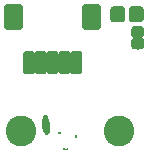
<source format=gbs>
G04 #@! TF.GenerationSoftware,KiCad,Pcbnew,5.1.2-f72e74a~84~ubuntu18.04.1*
G04 #@! TF.CreationDate,2019-08-02T15:12:22+02:00*
G04 #@! TF.ProjectId,TLI5012B,544c4935-3031-4324-922e-6b696361645f,rev?*
G04 #@! TF.SameCoordinates,Original*
G04 #@! TF.FileFunction,Soldermask,Bot*
G04 #@! TF.FilePolarity,Negative*
%FSLAX46Y46*%
G04 Gerber Fmt 4.6, Leading zero omitted, Abs format (unit mm)*
G04 Created by KiCad (PCBNEW 5.1.2-f72e74a~84~ubuntu18.04.1) date 2019-08-02 15:12:22*
%MOMM*%
%LPD*%
G04 APERTURE LIST*
%ADD10C,0.060000*%
%ADD11C,0.010000*%
%ADD12C,2.600000*%
%ADD13C,0.100000*%
%ADD14C,1.000000*%
%ADD15C,1.600000*%
%ADD16C,1.275000*%
%ADD17C,0.990000*%
G04 APERTURE END LIST*
D10*
G36*
X136950308Y-92331830D02*
G01*
X136946116Y-92337238D01*
X136945158Y-92345434D01*
X136949576Y-92350854D01*
X136961625Y-92358710D01*
X136979345Y-92368093D01*
X137000775Y-92378090D01*
X137023954Y-92387791D01*
X137046922Y-92396284D01*
X137067718Y-92402659D01*
X137069083Y-92403013D01*
X137112144Y-92410486D01*
X137160639Y-92412860D01*
X137211215Y-92410138D01*
X137257500Y-92402965D01*
X137284800Y-92397186D01*
X137303691Y-92392973D01*
X137315714Y-92389840D01*
X137322412Y-92387302D01*
X137325327Y-92384876D01*
X137326001Y-92382076D01*
X137326003Y-92381433D01*
X137324974Y-92373727D01*
X137321102Y-92369084D01*
X137312860Y-92367369D01*
X137298724Y-92368449D01*
X137277168Y-92372190D01*
X137260040Y-92375657D01*
X137201078Y-92385109D01*
X137147612Y-92387441D01*
X137097688Y-92382442D01*
X137049354Y-92369901D01*
X137000658Y-92349609D01*
X136995779Y-92347188D01*
X136973793Y-92336758D01*
X136959085Y-92331654D01*
X136950308Y-92331830D01*
X136950308Y-92331830D01*
G37*
X136950308Y-92331830D02*
X136946116Y-92337238D01*
X136945158Y-92345434D01*
X136949576Y-92350854D01*
X136961625Y-92358710D01*
X136979345Y-92368093D01*
X137000775Y-92378090D01*
X137023954Y-92387791D01*
X137046922Y-92396284D01*
X137067718Y-92402659D01*
X137069083Y-92403013D01*
X137112144Y-92410486D01*
X137160639Y-92412860D01*
X137211215Y-92410138D01*
X137257500Y-92402965D01*
X137284800Y-92397186D01*
X137303691Y-92392973D01*
X137315714Y-92389840D01*
X137322412Y-92387302D01*
X137325327Y-92384876D01*
X137326001Y-92382076D01*
X137326003Y-92381433D01*
X137324974Y-92373727D01*
X137321102Y-92369084D01*
X137312860Y-92367369D01*
X137298724Y-92368449D01*
X137277168Y-92372190D01*
X137260040Y-92375657D01*
X137201078Y-92385109D01*
X137147612Y-92387441D01*
X137097688Y-92382442D01*
X137049354Y-92369901D01*
X137000658Y-92349609D01*
X136995779Y-92347188D01*
X136973793Y-92336758D01*
X136959085Y-92331654D01*
X136950308Y-92331830D01*
D11*
G36*
X135396799Y-89529738D02*
G01*
X135376652Y-89531965D01*
X135359137Y-89535564D01*
X135343812Y-89541308D01*
X135330234Y-89549971D01*
X135317961Y-89562324D01*
X135306550Y-89579140D01*
X135295560Y-89601193D01*
X135284547Y-89629255D01*
X135273069Y-89664099D01*
X135260684Y-89706498D01*
X135246950Y-89757225D01*
X135231423Y-89817052D01*
X135230701Y-89819867D01*
X135213494Y-89892474D01*
X135199460Y-89964276D01*
X135188311Y-90037443D01*
X135179762Y-90114150D01*
X135173526Y-90196569D01*
X135169391Y-90284760D01*
X135168283Y-90318405D01*
X135167778Y-90344525D01*
X135168067Y-90365749D01*
X135169342Y-90384703D01*
X135171792Y-90404014D01*
X135175609Y-90426309D01*
X135180984Y-90454217D01*
X135182128Y-90460020D01*
X135198609Y-90538711D01*
X135216135Y-90613406D01*
X135234454Y-90683339D01*
X135253313Y-90747741D01*
X135272459Y-90805845D01*
X135291641Y-90856882D01*
X135310606Y-90900085D01*
X135329100Y-90934686D01*
X135346343Y-90959293D01*
X135357047Y-90972749D01*
X135371323Y-90991717D01*
X135387025Y-91013311D01*
X135397513Y-91028152D01*
X135423014Y-91062275D01*
X135446778Y-91089201D01*
X135468078Y-91108184D01*
X135485177Y-91118106D01*
X135497152Y-91120698D01*
X135514851Y-91122358D01*
X135529361Y-91122712D01*
X135545951Y-91121866D01*
X135561231Y-91119024D01*
X135578254Y-91113303D01*
X135600071Y-91103818D01*
X135609040Y-91099618D01*
X135631808Y-91087894D01*
X135653294Y-91075181D01*
X135670348Y-91063418D01*
X135676801Y-91057955D01*
X135699702Y-91029710D01*
X135719772Y-90991883D01*
X135737028Y-90944420D01*
X135751493Y-90887269D01*
X135760041Y-90841020D01*
X135762558Y-90823764D01*
X135764578Y-90805587D01*
X135766152Y-90785174D01*
X135767328Y-90761208D01*
X135768157Y-90732375D01*
X135768688Y-90697359D01*
X135768971Y-90654844D01*
X135769055Y-90603516D01*
X135769055Y-90602260D01*
X135768932Y-90545778D01*
X135768486Y-90497431D01*
X135767597Y-90455192D01*
X135766143Y-90417037D01*
X135764003Y-90380942D01*
X135761058Y-90344882D01*
X135757186Y-90306833D01*
X135752266Y-90264769D01*
X135746177Y-90216667D01*
X135745932Y-90214778D01*
X135736874Y-90157754D01*
X135724024Y-90095299D01*
X135707969Y-90029301D01*
X135689294Y-89961648D01*
X135668587Y-89894227D01*
X135646435Y-89828927D01*
X135623423Y-89767635D01*
X135600138Y-89712239D01*
X135577168Y-89664626D01*
X135571970Y-89654937D01*
X135544103Y-89610835D01*
X135513017Y-89573517D01*
X135512412Y-89572896D01*
X135489620Y-89551619D01*
X135468932Y-89537902D01*
X135447237Y-89530583D01*
X135421425Y-89528502D01*
X135396799Y-89529738D01*
X135396799Y-89529738D01*
G37*
X135396799Y-89529738D02*
X135376652Y-89531965D01*
X135359137Y-89535564D01*
X135343812Y-89541308D01*
X135330234Y-89549971D01*
X135317961Y-89562324D01*
X135306550Y-89579140D01*
X135295560Y-89601193D01*
X135284547Y-89629255D01*
X135273069Y-89664099D01*
X135260684Y-89706498D01*
X135246950Y-89757225D01*
X135231423Y-89817052D01*
X135230701Y-89819867D01*
X135213494Y-89892474D01*
X135199460Y-89964276D01*
X135188311Y-90037443D01*
X135179762Y-90114150D01*
X135173526Y-90196569D01*
X135169391Y-90284760D01*
X135168283Y-90318405D01*
X135167778Y-90344525D01*
X135168067Y-90365749D01*
X135169342Y-90384703D01*
X135171792Y-90404014D01*
X135175609Y-90426309D01*
X135180984Y-90454217D01*
X135182128Y-90460020D01*
X135198609Y-90538711D01*
X135216135Y-90613406D01*
X135234454Y-90683339D01*
X135253313Y-90747741D01*
X135272459Y-90805845D01*
X135291641Y-90856882D01*
X135310606Y-90900085D01*
X135329100Y-90934686D01*
X135346343Y-90959293D01*
X135357047Y-90972749D01*
X135371323Y-90991717D01*
X135387025Y-91013311D01*
X135397513Y-91028152D01*
X135423014Y-91062275D01*
X135446778Y-91089201D01*
X135468078Y-91108184D01*
X135485177Y-91118106D01*
X135497152Y-91120698D01*
X135514851Y-91122358D01*
X135529361Y-91122712D01*
X135545951Y-91121866D01*
X135561231Y-91119024D01*
X135578254Y-91113303D01*
X135600071Y-91103818D01*
X135609040Y-91099618D01*
X135631808Y-91087894D01*
X135653294Y-91075181D01*
X135670348Y-91063418D01*
X135676801Y-91057955D01*
X135699702Y-91029710D01*
X135719772Y-90991883D01*
X135737028Y-90944420D01*
X135751493Y-90887269D01*
X135760041Y-90841020D01*
X135762558Y-90823764D01*
X135764578Y-90805587D01*
X135766152Y-90785174D01*
X135767328Y-90761208D01*
X135768157Y-90732375D01*
X135768688Y-90697359D01*
X135768971Y-90654844D01*
X135769055Y-90603516D01*
X135769055Y-90602260D01*
X135768932Y-90545778D01*
X135768486Y-90497431D01*
X135767597Y-90455192D01*
X135766143Y-90417037D01*
X135764003Y-90380942D01*
X135761058Y-90344882D01*
X135757186Y-90306833D01*
X135752266Y-90264769D01*
X135746177Y-90216667D01*
X135745932Y-90214778D01*
X135736874Y-90157754D01*
X135724024Y-90095299D01*
X135707969Y-90029301D01*
X135689294Y-89961648D01*
X135668587Y-89894227D01*
X135646435Y-89828927D01*
X135623423Y-89767635D01*
X135600138Y-89712239D01*
X135577168Y-89664626D01*
X135571970Y-89654937D01*
X135544103Y-89610835D01*
X135513017Y-89573517D01*
X135512412Y-89572896D01*
X135489620Y-89551619D01*
X135468932Y-89537902D01*
X135447237Y-89530583D01*
X135421425Y-89528502D01*
X135396799Y-89529738D01*
G36*
X138050534Y-91229926D02*
G01*
X138035446Y-91241333D01*
X138033211Y-91243610D01*
X138017003Y-91264076D01*
X138003697Y-91287188D01*
X137993605Y-91311348D01*
X137987039Y-91334960D01*
X137984309Y-91356426D01*
X137985726Y-91374150D01*
X137991603Y-91386535D01*
X138002250Y-91391983D01*
X138004260Y-91392103D01*
X138011681Y-91389690D01*
X138023182Y-91383702D01*
X138024903Y-91382671D01*
X138041901Y-91367908D01*
X138057633Y-91346401D01*
X138071083Y-91320683D01*
X138081236Y-91293289D01*
X138087079Y-91266754D01*
X138087595Y-91243613D01*
X138084997Y-91232595D01*
X138077578Y-91225074D01*
X138065334Y-91224345D01*
X138050534Y-91229926D01*
X138050534Y-91229926D01*
G37*
X138050534Y-91229926D02*
X138035446Y-91241333D01*
X138033211Y-91243610D01*
X138017003Y-91264076D01*
X138003697Y-91287188D01*
X137993605Y-91311348D01*
X137987039Y-91334960D01*
X137984309Y-91356426D01*
X137985726Y-91374150D01*
X137991603Y-91386535D01*
X138002250Y-91391983D01*
X138004260Y-91392103D01*
X138011681Y-91389690D01*
X138023182Y-91383702D01*
X138024903Y-91382671D01*
X138041901Y-91367908D01*
X138057633Y-91346401D01*
X138071083Y-91320683D01*
X138081236Y-91293289D01*
X138087079Y-91266754D01*
X138087595Y-91243613D01*
X138084997Y-91232595D01*
X138077578Y-91225074D01*
X138065334Y-91224345D01*
X138050534Y-91229926D01*
G36*
X136611333Y-90951102D02*
G01*
X136598256Y-90954493D01*
X136586952Y-90961622D01*
X136584608Y-90963545D01*
X136565308Y-90985382D01*
X136555381Y-91009859D01*
X136555074Y-91035768D01*
X136564559Y-91061765D01*
X136578988Y-91080859D01*
X136597463Y-91092325D01*
X136621976Y-91097210D01*
X136632772Y-91097560D01*
X136650171Y-91096947D01*
X136661845Y-91093934D01*
X136672206Y-91086758D01*
X136681097Y-91078259D01*
X136697722Y-91055369D01*
X136705064Y-91030434D01*
X136703168Y-91005206D01*
X136692081Y-90981436D01*
X136678141Y-90965951D01*
X136666287Y-90956754D01*
X136654970Y-90952033D01*
X136639870Y-90950369D01*
X136630333Y-90950240D01*
X136611333Y-90951102D01*
X136611333Y-90951102D01*
G37*
X136611333Y-90951102D02*
X136598256Y-90954493D01*
X136586952Y-90961622D01*
X136584608Y-90963545D01*
X136565308Y-90985382D01*
X136555381Y-91009859D01*
X136555074Y-91035768D01*
X136564559Y-91061765D01*
X136578988Y-91080859D01*
X136597463Y-91092325D01*
X136621976Y-91097210D01*
X136632772Y-91097560D01*
X136650171Y-91096947D01*
X136661845Y-91093934D01*
X136672206Y-91086758D01*
X136681097Y-91078259D01*
X136697722Y-91055369D01*
X136705064Y-91030434D01*
X136703168Y-91005206D01*
X136692081Y-90981436D01*
X136678141Y-90965951D01*
X136666287Y-90956754D01*
X136654970Y-90952033D01*
X136639870Y-90950369D01*
X136630333Y-90950240D01*
X136611333Y-90951102D01*
D12*
X133375000Y-90900000D03*
X141675000Y-90900000D03*
D13*
G36*
X134349504Y-84126204D02*
G01*
X134373773Y-84129804D01*
X134397571Y-84135765D01*
X134420671Y-84144030D01*
X134442849Y-84154520D01*
X134463893Y-84167133D01*
X134483598Y-84181747D01*
X134501777Y-84198223D01*
X134518253Y-84216402D01*
X134532867Y-84236107D01*
X134545480Y-84257151D01*
X134555970Y-84279329D01*
X134564235Y-84302429D01*
X134570196Y-84326227D01*
X134573796Y-84350496D01*
X134575000Y-84375000D01*
X134575000Y-85825000D01*
X134573796Y-85849504D01*
X134570196Y-85873773D01*
X134564235Y-85897571D01*
X134555970Y-85920671D01*
X134545480Y-85942849D01*
X134532867Y-85963893D01*
X134518253Y-85983598D01*
X134501777Y-86001777D01*
X134483598Y-86018253D01*
X134463893Y-86032867D01*
X134442849Y-86045480D01*
X134420671Y-86055970D01*
X134397571Y-86064235D01*
X134373773Y-86070196D01*
X134349504Y-86073796D01*
X134325000Y-86075000D01*
X133825000Y-86075000D01*
X133800496Y-86073796D01*
X133776227Y-86070196D01*
X133752429Y-86064235D01*
X133729329Y-86055970D01*
X133707151Y-86045480D01*
X133686107Y-86032867D01*
X133666402Y-86018253D01*
X133648223Y-86001777D01*
X133631747Y-85983598D01*
X133617133Y-85963893D01*
X133604520Y-85942849D01*
X133594030Y-85920671D01*
X133585765Y-85897571D01*
X133579804Y-85873773D01*
X133576204Y-85849504D01*
X133575000Y-85825000D01*
X133575000Y-84375000D01*
X133576204Y-84350496D01*
X133579804Y-84326227D01*
X133585765Y-84302429D01*
X133594030Y-84279329D01*
X133604520Y-84257151D01*
X133617133Y-84236107D01*
X133631747Y-84216402D01*
X133648223Y-84198223D01*
X133666402Y-84181747D01*
X133686107Y-84167133D01*
X133707151Y-84154520D01*
X133729329Y-84144030D01*
X133752429Y-84135765D01*
X133776227Y-84129804D01*
X133800496Y-84126204D01*
X133825000Y-84125000D01*
X134325000Y-84125000D01*
X134349504Y-84126204D01*
X134349504Y-84126204D01*
G37*
D14*
X134075000Y-85100000D03*
D13*
G36*
X135349504Y-84126204D02*
G01*
X135373773Y-84129804D01*
X135397571Y-84135765D01*
X135420671Y-84144030D01*
X135442849Y-84154520D01*
X135463893Y-84167133D01*
X135483598Y-84181747D01*
X135501777Y-84198223D01*
X135518253Y-84216402D01*
X135532867Y-84236107D01*
X135545480Y-84257151D01*
X135555970Y-84279329D01*
X135564235Y-84302429D01*
X135570196Y-84326227D01*
X135573796Y-84350496D01*
X135575000Y-84375000D01*
X135575000Y-85825000D01*
X135573796Y-85849504D01*
X135570196Y-85873773D01*
X135564235Y-85897571D01*
X135555970Y-85920671D01*
X135545480Y-85942849D01*
X135532867Y-85963893D01*
X135518253Y-85983598D01*
X135501777Y-86001777D01*
X135483598Y-86018253D01*
X135463893Y-86032867D01*
X135442849Y-86045480D01*
X135420671Y-86055970D01*
X135397571Y-86064235D01*
X135373773Y-86070196D01*
X135349504Y-86073796D01*
X135325000Y-86075000D01*
X134825000Y-86075000D01*
X134800496Y-86073796D01*
X134776227Y-86070196D01*
X134752429Y-86064235D01*
X134729329Y-86055970D01*
X134707151Y-86045480D01*
X134686107Y-86032867D01*
X134666402Y-86018253D01*
X134648223Y-86001777D01*
X134631747Y-85983598D01*
X134617133Y-85963893D01*
X134604520Y-85942849D01*
X134594030Y-85920671D01*
X134585765Y-85897571D01*
X134579804Y-85873773D01*
X134576204Y-85849504D01*
X134575000Y-85825000D01*
X134575000Y-84375000D01*
X134576204Y-84350496D01*
X134579804Y-84326227D01*
X134585765Y-84302429D01*
X134594030Y-84279329D01*
X134604520Y-84257151D01*
X134617133Y-84236107D01*
X134631747Y-84216402D01*
X134648223Y-84198223D01*
X134666402Y-84181747D01*
X134686107Y-84167133D01*
X134707151Y-84154520D01*
X134729329Y-84144030D01*
X134752429Y-84135765D01*
X134776227Y-84129804D01*
X134800496Y-84126204D01*
X134825000Y-84125000D01*
X135325000Y-84125000D01*
X135349504Y-84126204D01*
X135349504Y-84126204D01*
G37*
D14*
X135075000Y-85100000D03*
D13*
G36*
X136349504Y-84126204D02*
G01*
X136373773Y-84129804D01*
X136397571Y-84135765D01*
X136420671Y-84144030D01*
X136442849Y-84154520D01*
X136463893Y-84167133D01*
X136483598Y-84181747D01*
X136501777Y-84198223D01*
X136518253Y-84216402D01*
X136532867Y-84236107D01*
X136545480Y-84257151D01*
X136555970Y-84279329D01*
X136564235Y-84302429D01*
X136570196Y-84326227D01*
X136573796Y-84350496D01*
X136575000Y-84375000D01*
X136575000Y-85825000D01*
X136573796Y-85849504D01*
X136570196Y-85873773D01*
X136564235Y-85897571D01*
X136555970Y-85920671D01*
X136545480Y-85942849D01*
X136532867Y-85963893D01*
X136518253Y-85983598D01*
X136501777Y-86001777D01*
X136483598Y-86018253D01*
X136463893Y-86032867D01*
X136442849Y-86045480D01*
X136420671Y-86055970D01*
X136397571Y-86064235D01*
X136373773Y-86070196D01*
X136349504Y-86073796D01*
X136325000Y-86075000D01*
X135825000Y-86075000D01*
X135800496Y-86073796D01*
X135776227Y-86070196D01*
X135752429Y-86064235D01*
X135729329Y-86055970D01*
X135707151Y-86045480D01*
X135686107Y-86032867D01*
X135666402Y-86018253D01*
X135648223Y-86001777D01*
X135631747Y-85983598D01*
X135617133Y-85963893D01*
X135604520Y-85942849D01*
X135594030Y-85920671D01*
X135585765Y-85897571D01*
X135579804Y-85873773D01*
X135576204Y-85849504D01*
X135575000Y-85825000D01*
X135575000Y-84375000D01*
X135576204Y-84350496D01*
X135579804Y-84326227D01*
X135585765Y-84302429D01*
X135594030Y-84279329D01*
X135604520Y-84257151D01*
X135617133Y-84236107D01*
X135631747Y-84216402D01*
X135648223Y-84198223D01*
X135666402Y-84181747D01*
X135686107Y-84167133D01*
X135707151Y-84154520D01*
X135729329Y-84144030D01*
X135752429Y-84135765D01*
X135776227Y-84129804D01*
X135800496Y-84126204D01*
X135825000Y-84125000D01*
X136325000Y-84125000D01*
X136349504Y-84126204D01*
X136349504Y-84126204D01*
G37*
D14*
X136075000Y-85100000D03*
D13*
G36*
X137349504Y-84126204D02*
G01*
X137373773Y-84129804D01*
X137397571Y-84135765D01*
X137420671Y-84144030D01*
X137442849Y-84154520D01*
X137463893Y-84167133D01*
X137483598Y-84181747D01*
X137501777Y-84198223D01*
X137518253Y-84216402D01*
X137532867Y-84236107D01*
X137545480Y-84257151D01*
X137555970Y-84279329D01*
X137564235Y-84302429D01*
X137570196Y-84326227D01*
X137573796Y-84350496D01*
X137575000Y-84375000D01*
X137575000Y-85825000D01*
X137573796Y-85849504D01*
X137570196Y-85873773D01*
X137564235Y-85897571D01*
X137555970Y-85920671D01*
X137545480Y-85942849D01*
X137532867Y-85963893D01*
X137518253Y-85983598D01*
X137501777Y-86001777D01*
X137483598Y-86018253D01*
X137463893Y-86032867D01*
X137442849Y-86045480D01*
X137420671Y-86055970D01*
X137397571Y-86064235D01*
X137373773Y-86070196D01*
X137349504Y-86073796D01*
X137325000Y-86075000D01*
X136825000Y-86075000D01*
X136800496Y-86073796D01*
X136776227Y-86070196D01*
X136752429Y-86064235D01*
X136729329Y-86055970D01*
X136707151Y-86045480D01*
X136686107Y-86032867D01*
X136666402Y-86018253D01*
X136648223Y-86001777D01*
X136631747Y-85983598D01*
X136617133Y-85963893D01*
X136604520Y-85942849D01*
X136594030Y-85920671D01*
X136585765Y-85897571D01*
X136579804Y-85873773D01*
X136576204Y-85849504D01*
X136575000Y-85825000D01*
X136575000Y-84375000D01*
X136576204Y-84350496D01*
X136579804Y-84326227D01*
X136585765Y-84302429D01*
X136594030Y-84279329D01*
X136604520Y-84257151D01*
X136617133Y-84236107D01*
X136631747Y-84216402D01*
X136648223Y-84198223D01*
X136666402Y-84181747D01*
X136686107Y-84167133D01*
X136707151Y-84154520D01*
X136729329Y-84144030D01*
X136752429Y-84135765D01*
X136776227Y-84129804D01*
X136800496Y-84126204D01*
X136825000Y-84125000D01*
X137325000Y-84125000D01*
X137349504Y-84126204D01*
X137349504Y-84126204D01*
G37*
D14*
X137075000Y-85100000D03*
D13*
G36*
X138349504Y-84126204D02*
G01*
X138373773Y-84129804D01*
X138397571Y-84135765D01*
X138420671Y-84144030D01*
X138442849Y-84154520D01*
X138463893Y-84167133D01*
X138483598Y-84181747D01*
X138501777Y-84198223D01*
X138518253Y-84216402D01*
X138532867Y-84236107D01*
X138545480Y-84257151D01*
X138555970Y-84279329D01*
X138564235Y-84302429D01*
X138570196Y-84326227D01*
X138573796Y-84350496D01*
X138575000Y-84375000D01*
X138575000Y-85825000D01*
X138573796Y-85849504D01*
X138570196Y-85873773D01*
X138564235Y-85897571D01*
X138555970Y-85920671D01*
X138545480Y-85942849D01*
X138532867Y-85963893D01*
X138518253Y-85983598D01*
X138501777Y-86001777D01*
X138483598Y-86018253D01*
X138463893Y-86032867D01*
X138442849Y-86045480D01*
X138420671Y-86055970D01*
X138397571Y-86064235D01*
X138373773Y-86070196D01*
X138349504Y-86073796D01*
X138325000Y-86075000D01*
X137825000Y-86075000D01*
X137800496Y-86073796D01*
X137776227Y-86070196D01*
X137752429Y-86064235D01*
X137729329Y-86055970D01*
X137707151Y-86045480D01*
X137686107Y-86032867D01*
X137666402Y-86018253D01*
X137648223Y-86001777D01*
X137631747Y-85983598D01*
X137617133Y-85963893D01*
X137604520Y-85942849D01*
X137594030Y-85920671D01*
X137585765Y-85897571D01*
X137579804Y-85873773D01*
X137576204Y-85849504D01*
X137575000Y-85825000D01*
X137575000Y-84375000D01*
X137576204Y-84350496D01*
X137579804Y-84326227D01*
X137585765Y-84302429D01*
X137594030Y-84279329D01*
X137604520Y-84257151D01*
X137617133Y-84236107D01*
X137631747Y-84216402D01*
X137648223Y-84198223D01*
X137666402Y-84181747D01*
X137686107Y-84167133D01*
X137707151Y-84154520D01*
X137729329Y-84144030D01*
X137752429Y-84135765D01*
X137776227Y-84129804D01*
X137800496Y-84126204D01*
X137825000Y-84125000D01*
X138325000Y-84125000D01*
X138349504Y-84126204D01*
X138349504Y-84126204D01*
G37*
D14*
X138075000Y-85100000D03*
D13*
G36*
X133274340Y-80126605D02*
G01*
X133306698Y-80131405D01*
X133338429Y-80139353D01*
X133369229Y-80150373D01*
X133398800Y-80164359D01*
X133426857Y-80181177D01*
X133453132Y-80200663D01*
X133477369Y-80222631D01*
X133499337Y-80246868D01*
X133518823Y-80273143D01*
X133535641Y-80301200D01*
X133549627Y-80330771D01*
X133560647Y-80361571D01*
X133568595Y-80393302D01*
X133573395Y-80425660D01*
X133575000Y-80458332D01*
X133575000Y-81991668D01*
X133573395Y-82024340D01*
X133568595Y-82056698D01*
X133560647Y-82088429D01*
X133549627Y-82119229D01*
X133535641Y-82148800D01*
X133518823Y-82176857D01*
X133499337Y-82203132D01*
X133477369Y-82227369D01*
X133453132Y-82249337D01*
X133426857Y-82268823D01*
X133398800Y-82285641D01*
X133369229Y-82299627D01*
X133338429Y-82310647D01*
X133306698Y-82318595D01*
X133274340Y-82323395D01*
X133241668Y-82325000D01*
X132308332Y-82325000D01*
X132275660Y-82323395D01*
X132243302Y-82318595D01*
X132211571Y-82310647D01*
X132180771Y-82299627D01*
X132151200Y-82285641D01*
X132123143Y-82268823D01*
X132096868Y-82249337D01*
X132072631Y-82227369D01*
X132050663Y-82203132D01*
X132031177Y-82176857D01*
X132014359Y-82148800D01*
X132000373Y-82119229D01*
X131989353Y-82088429D01*
X131981405Y-82056698D01*
X131976605Y-82024340D01*
X131975000Y-81991668D01*
X131975000Y-80458332D01*
X131976605Y-80425660D01*
X131981405Y-80393302D01*
X131989353Y-80361571D01*
X132000373Y-80330771D01*
X132014359Y-80301200D01*
X132031177Y-80273143D01*
X132050663Y-80246868D01*
X132072631Y-80222631D01*
X132096868Y-80200663D01*
X132123143Y-80181177D01*
X132151200Y-80164359D01*
X132180771Y-80150373D01*
X132211571Y-80139353D01*
X132243302Y-80131405D01*
X132275660Y-80126605D01*
X132308332Y-80125000D01*
X133241668Y-80125000D01*
X133274340Y-80126605D01*
X133274340Y-80126605D01*
G37*
D15*
X132775000Y-81225000D03*
D13*
G36*
X139874340Y-80126605D02*
G01*
X139906698Y-80131405D01*
X139938429Y-80139353D01*
X139969229Y-80150373D01*
X139998800Y-80164359D01*
X140026857Y-80181177D01*
X140053132Y-80200663D01*
X140077369Y-80222631D01*
X140099337Y-80246868D01*
X140118823Y-80273143D01*
X140135641Y-80301200D01*
X140149627Y-80330771D01*
X140160647Y-80361571D01*
X140168595Y-80393302D01*
X140173395Y-80425660D01*
X140175000Y-80458332D01*
X140175000Y-81991668D01*
X140173395Y-82024340D01*
X140168595Y-82056698D01*
X140160647Y-82088429D01*
X140149627Y-82119229D01*
X140135641Y-82148800D01*
X140118823Y-82176857D01*
X140099337Y-82203132D01*
X140077369Y-82227369D01*
X140053132Y-82249337D01*
X140026857Y-82268823D01*
X139998800Y-82285641D01*
X139969229Y-82299627D01*
X139938429Y-82310647D01*
X139906698Y-82318595D01*
X139874340Y-82323395D01*
X139841668Y-82325000D01*
X138908332Y-82325000D01*
X138875660Y-82323395D01*
X138843302Y-82318595D01*
X138811571Y-82310647D01*
X138780771Y-82299627D01*
X138751200Y-82285641D01*
X138723143Y-82268823D01*
X138696868Y-82249337D01*
X138672631Y-82227369D01*
X138650663Y-82203132D01*
X138631177Y-82176857D01*
X138614359Y-82148800D01*
X138600373Y-82119229D01*
X138589353Y-82088429D01*
X138581405Y-82056698D01*
X138576605Y-82024340D01*
X138575000Y-81991668D01*
X138575000Y-80458332D01*
X138576605Y-80425660D01*
X138581405Y-80393302D01*
X138589353Y-80361571D01*
X138600373Y-80330771D01*
X138614359Y-80301200D01*
X138631177Y-80273143D01*
X138650663Y-80246868D01*
X138672631Y-80222631D01*
X138696868Y-80200663D01*
X138723143Y-80181177D01*
X138751200Y-80164359D01*
X138780771Y-80150373D01*
X138811571Y-80139353D01*
X138843302Y-80131405D01*
X138875660Y-80126605D01*
X138908332Y-80125000D01*
X139841668Y-80125000D01*
X139874340Y-80126605D01*
X139874340Y-80126605D01*
G37*
D15*
X139375000Y-81225000D03*
D13*
G36*
X141937493Y-80326535D02*
G01*
X141968435Y-80331125D01*
X141998778Y-80338725D01*
X142028230Y-80349263D01*
X142056508Y-80362638D01*
X142083338Y-80378719D01*
X142108463Y-80397353D01*
X142131640Y-80418360D01*
X142152647Y-80441537D01*
X142171281Y-80466662D01*
X142187362Y-80493492D01*
X142200737Y-80521770D01*
X142211275Y-80551222D01*
X142218875Y-80581565D01*
X142223465Y-80612507D01*
X142225000Y-80643750D01*
X142225000Y-81356250D01*
X142223465Y-81387493D01*
X142218875Y-81418435D01*
X142211275Y-81448778D01*
X142200737Y-81478230D01*
X142187362Y-81506508D01*
X142171281Y-81533338D01*
X142152647Y-81558463D01*
X142131640Y-81581640D01*
X142108463Y-81602647D01*
X142083338Y-81621281D01*
X142056508Y-81637362D01*
X142028230Y-81650737D01*
X141998778Y-81661275D01*
X141968435Y-81668875D01*
X141937493Y-81673465D01*
X141906250Y-81675000D01*
X141268750Y-81675000D01*
X141237507Y-81673465D01*
X141206565Y-81668875D01*
X141176222Y-81661275D01*
X141146770Y-81650737D01*
X141118492Y-81637362D01*
X141091662Y-81621281D01*
X141066537Y-81602647D01*
X141043360Y-81581640D01*
X141022353Y-81558463D01*
X141003719Y-81533338D01*
X140987638Y-81506508D01*
X140974263Y-81478230D01*
X140963725Y-81448778D01*
X140956125Y-81418435D01*
X140951535Y-81387493D01*
X140950000Y-81356250D01*
X140950000Y-80643750D01*
X140951535Y-80612507D01*
X140956125Y-80581565D01*
X140963725Y-80551222D01*
X140974263Y-80521770D01*
X140987638Y-80493492D01*
X141003719Y-80466662D01*
X141022353Y-80441537D01*
X141043360Y-80418360D01*
X141066537Y-80397353D01*
X141091662Y-80378719D01*
X141118492Y-80362638D01*
X141146770Y-80349263D01*
X141176222Y-80338725D01*
X141206565Y-80331125D01*
X141237507Y-80326535D01*
X141268750Y-80325000D01*
X141906250Y-80325000D01*
X141937493Y-80326535D01*
X141937493Y-80326535D01*
G37*
D16*
X141587500Y-81000000D03*
D13*
G36*
X143512493Y-80326535D02*
G01*
X143543435Y-80331125D01*
X143573778Y-80338725D01*
X143603230Y-80349263D01*
X143631508Y-80362638D01*
X143658338Y-80378719D01*
X143683463Y-80397353D01*
X143706640Y-80418360D01*
X143727647Y-80441537D01*
X143746281Y-80466662D01*
X143762362Y-80493492D01*
X143775737Y-80521770D01*
X143786275Y-80551222D01*
X143793875Y-80581565D01*
X143798465Y-80612507D01*
X143800000Y-80643750D01*
X143800000Y-81356250D01*
X143798465Y-81387493D01*
X143793875Y-81418435D01*
X143786275Y-81448778D01*
X143775737Y-81478230D01*
X143762362Y-81506508D01*
X143746281Y-81533338D01*
X143727647Y-81558463D01*
X143706640Y-81581640D01*
X143683463Y-81602647D01*
X143658338Y-81621281D01*
X143631508Y-81637362D01*
X143603230Y-81650737D01*
X143573778Y-81661275D01*
X143543435Y-81668875D01*
X143512493Y-81673465D01*
X143481250Y-81675000D01*
X142843750Y-81675000D01*
X142812507Y-81673465D01*
X142781565Y-81668875D01*
X142751222Y-81661275D01*
X142721770Y-81650737D01*
X142693492Y-81637362D01*
X142666662Y-81621281D01*
X142641537Y-81602647D01*
X142618360Y-81581640D01*
X142597353Y-81558463D01*
X142578719Y-81533338D01*
X142562638Y-81506508D01*
X142549263Y-81478230D01*
X142538725Y-81448778D01*
X142531125Y-81418435D01*
X142526535Y-81387493D01*
X142525000Y-81356250D01*
X142525000Y-80643750D01*
X142526535Y-80612507D01*
X142531125Y-80581565D01*
X142538725Y-80551222D01*
X142549263Y-80521770D01*
X142562638Y-80493492D01*
X142578719Y-80466662D01*
X142597353Y-80441537D01*
X142618360Y-80418360D01*
X142641537Y-80397353D01*
X142666662Y-80378719D01*
X142693492Y-80362638D01*
X142721770Y-80349263D01*
X142751222Y-80338725D01*
X142781565Y-80331125D01*
X142812507Y-80326535D01*
X142843750Y-80325000D01*
X143481250Y-80325000D01*
X143512493Y-80326535D01*
X143512493Y-80326535D01*
G37*
D16*
X143162500Y-81000000D03*
D13*
G36*
X143571759Y-82991192D02*
G01*
X143595785Y-82994756D01*
X143619345Y-83000657D01*
X143642214Y-83008840D01*
X143664171Y-83019224D01*
X143685004Y-83031711D01*
X143704512Y-83046180D01*
X143722509Y-83062491D01*
X143738820Y-83080488D01*
X143753289Y-83099996D01*
X143765776Y-83120829D01*
X143776160Y-83142786D01*
X143784343Y-83165655D01*
X143790244Y-83189215D01*
X143793808Y-83213241D01*
X143795000Y-83237500D01*
X143795000Y-83732500D01*
X143793808Y-83756759D01*
X143790244Y-83780785D01*
X143784343Y-83804345D01*
X143776160Y-83827214D01*
X143765776Y-83849171D01*
X143753289Y-83870004D01*
X143738820Y-83889512D01*
X143722509Y-83907509D01*
X143704512Y-83923820D01*
X143685004Y-83938289D01*
X143664171Y-83950776D01*
X143642214Y-83961160D01*
X143619345Y-83969343D01*
X143595785Y-83975244D01*
X143571759Y-83978808D01*
X143547500Y-83980000D01*
X143002500Y-83980000D01*
X142978241Y-83978808D01*
X142954215Y-83975244D01*
X142930655Y-83969343D01*
X142907786Y-83961160D01*
X142885829Y-83950776D01*
X142864996Y-83938289D01*
X142845488Y-83923820D01*
X142827491Y-83907509D01*
X142811180Y-83889512D01*
X142796711Y-83870004D01*
X142784224Y-83849171D01*
X142773840Y-83827214D01*
X142765657Y-83804345D01*
X142759756Y-83780785D01*
X142756192Y-83756759D01*
X142755000Y-83732500D01*
X142755000Y-83237500D01*
X142756192Y-83213241D01*
X142759756Y-83189215D01*
X142765657Y-83165655D01*
X142773840Y-83142786D01*
X142784224Y-83120829D01*
X142796711Y-83099996D01*
X142811180Y-83080488D01*
X142827491Y-83062491D01*
X142845488Y-83046180D01*
X142864996Y-83031711D01*
X142885829Y-83019224D01*
X142907786Y-83008840D01*
X142930655Y-83000657D01*
X142954215Y-82994756D01*
X142978241Y-82991192D01*
X143002500Y-82990000D01*
X143547500Y-82990000D01*
X143571759Y-82991192D01*
X143571759Y-82991192D01*
G37*
D17*
X143275000Y-83485000D03*
D13*
G36*
X143571759Y-82021192D02*
G01*
X143595785Y-82024756D01*
X143619345Y-82030657D01*
X143642214Y-82038840D01*
X143664171Y-82049224D01*
X143685004Y-82061711D01*
X143704512Y-82076180D01*
X143722509Y-82092491D01*
X143738820Y-82110488D01*
X143753289Y-82129996D01*
X143765776Y-82150829D01*
X143776160Y-82172786D01*
X143784343Y-82195655D01*
X143790244Y-82219215D01*
X143793808Y-82243241D01*
X143795000Y-82267500D01*
X143795000Y-82762500D01*
X143793808Y-82786759D01*
X143790244Y-82810785D01*
X143784343Y-82834345D01*
X143776160Y-82857214D01*
X143765776Y-82879171D01*
X143753289Y-82900004D01*
X143738820Y-82919512D01*
X143722509Y-82937509D01*
X143704512Y-82953820D01*
X143685004Y-82968289D01*
X143664171Y-82980776D01*
X143642214Y-82991160D01*
X143619345Y-82999343D01*
X143595785Y-83005244D01*
X143571759Y-83008808D01*
X143547500Y-83010000D01*
X143002500Y-83010000D01*
X142978241Y-83008808D01*
X142954215Y-83005244D01*
X142930655Y-82999343D01*
X142907786Y-82991160D01*
X142885829Y-82980776D01*
X142864996Y-82968289D01*
X142845488Y-82953820D01*
X142827491Y-82937509D01*
X142811180Y-82919512D01*
X142796711Y-82900004D01*
X142784224Y-82879171D01*
X142773840Y-82857214D01*
X142765657Y-82834345D01*
X142759756Y-82810785D01*
X142756192Y-82786759D01*
X142755000Y-82762500D01*
X142755000Y-82267500D01*
X142756192Y-82243241D01*
X142759756Y-82219215D01*
X142765657Y-82195655D01*
X142773840Y-82172786D01*
X142784224Y-82150829D01*
X142796711Y-82129996D01*
X142811180Y-82110488D01*
X142827491Y-82092491D01*
X142845488Y-82076180D01*
X142864996Y-82061711D01*
X142885829Y-82049224D01*
X142907786Y-82038840D01*
X142930655Y-82030657D01*
X142954215Y-82024756D01*
X142978241Y-82021192D01*
X143002500Y-82020000D01*
X143547500Y-82020000D01*
X143571759Y-82021192D01*
X143571759Y-82021192D01*
G37*
D17*
X143275000Y-82515000D03*
M02*

</source>
